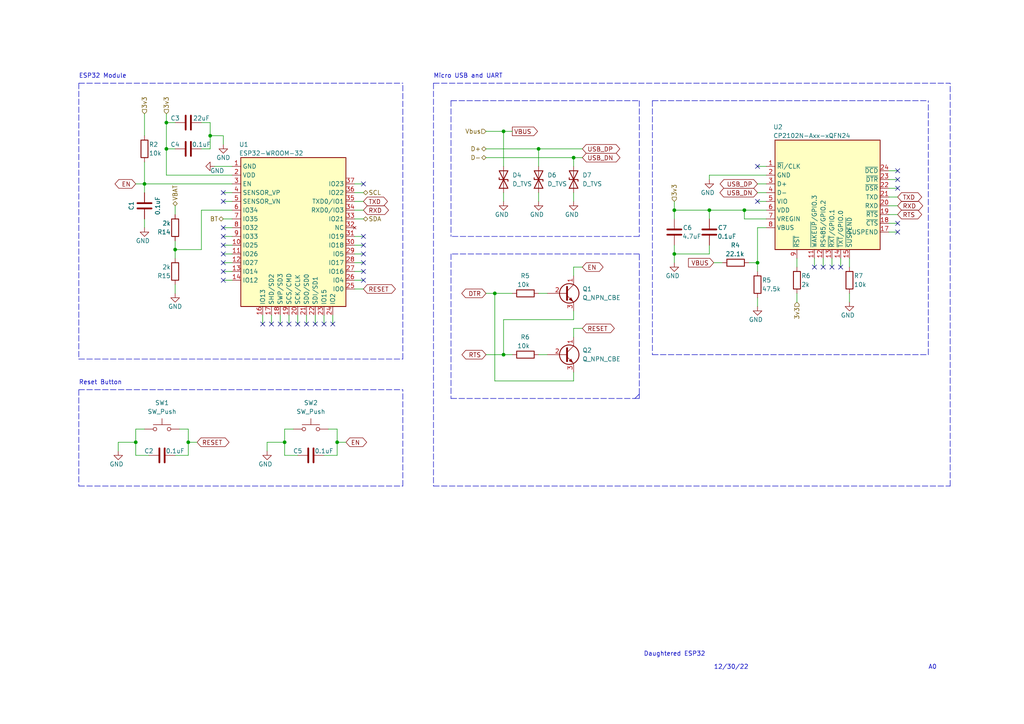
<source format=kicad_sch>
(kicad_sch (version 20211123) (generator eeschema)
  (paper "A4")
  (lib_symbols
    (symbol "Device:C" (pin_numbers hide) (pin_names (offset 0.254))
      (property "Reference" "C" (at 0.635 2.54 0))
      (property "Value" "C" (at 0.635 -2.54 0))
      (symbol "C_0_1"
        (polyline (pts (xy -2.032 -0.762) (xy 2.032 -0.762)) (stroke (width 0.508)))
        (polyline (pts (xy -2.032 0.762) (xy 2.032 0.762)) (stroke (width 0.508)))
      )
      (symbol "C_1_1"
        (pin passive line (at 0 3.81 270) (length 2.794) (name "~") (number "1"))
        (pin passive line (at 0 -3.81 90) (length 2.794) (name "~") (number "2"))
      )
    )
    (symbol "Device:D_TVS" (pin_numbers hide) (pin_names (offset 1.016) hide)
      (property "Reference" "D" (at 0 2.54 0))
      (property "Value" "D_TVS" (at 0 -2.54 0))
      (symbol "D_TVS_0_1"
        (polyline (pts (xy 1.27 0) (xy -1.27 0)))
        (polyline (pts (xy 0.508 1.27) (xy 0 1.27) (xy 0 -1.27) (xy -0.508 -1.27)) (stroke (width 0.254)))
        (polyline (pts (xy -2.54 1.27) (xy -2.54 -1.27) (xy 2.54 1.27) (xy 2.54 -1.27) (xy -2.54 1.27)) (stroke (width 0.254)))
      )
      (symbol "D_TVS_1_1"
        (pin passive line (at -3.81 0 0) (length 2.54) (name "A1") (number "1"))
        (pin passive line (at 3.81 0 180) (length 2.54) (name "A2") (number "2"))
      )
    )
    (symbol "Device:Q_NPN_CBE" (pin_names (offset 0) hide)
      (property "Reference" "Q" (at 5.08 1.27 0))
      (property "Value" "Q_NPN_CBE" (at 5.08 -1.27 0))
      (symbol "Q_NPN_CBE_0_1"
        (polyline (pts (xy 0.635 0.635) (xy 2.54 2.54)))
        (polyline (pts (xy 0.635 -0.635) (xy 2.54 -2.54) (xy 2.54 -2.54)))
        (polyline (pts (xy 0.635 1.905) (xy 0.635 -1.905) (xy 0.635 -1.905)) (stroke (width 0.508)))
        (polyline (pts (xy 1.27 -1.778) (xy 1.778 -1.27) (xy 2.286 -2.286) (xy 1.27 -1.778) (xy 1.27 -1.778)) (fill (type outline)))
        (circle (center 1.27 0) (radius 2.8194) (stroke (width 0.254)))
      )
      (symbol "Q_NPN_CBE_1_1"
        (pin passive line (at 2.54 5.08 270) (length 2.54) (name "C") (number "1"))
        (pin input line (at -5.08 0 0) (length 5.715) (name "B") (number "2"))
        (pin passive line (at 2.54 -5.08 90) (length 2.54) (name "E") (number "3"))
      )
    )
    (symbol "Device:R" (pin_numbers hide) (pin_names (offset 0))
      (property "Reference" "R" (at 2.032 0 90))
      (property "Value" "R" (at 0 0 90))
      (symbol "R_0_1"
        (rectangle (start -1.016 -2.54) (end 1.016 2.54) (stroke (width 0.254)))
      )
      (symbol "R_1_1"
        (pin passive line (at 0 3.81 270) (length 1.27) (name "~") (number "1"))
        (pin passive line (at 0 -3.81 90) (length 1.27) (name "~") (number "2"))
      )
    )
    (symbol "Interface_USB:CP2102N-Axx-xQFN24"
      (property "Reference" "U?" (at -0.5206 35.56 0))
      (property "Value" "CP2102N-Axx-xQFN24" (at -0.5206 33.02 0))
      (symbol "CP2102N-Axx-xQFN24_0_1"
        (rectangle (start 0 31.75) (end 30.48 0) (stroke (width 0.254)) (fill (type background)))
      )
      (symbol "CP2102N-Axx-xQFN24_1_1"
        (pin bidirectional line (at -2.54 24.13 0) (length 2.54) (name "~{RI}/CLK") (number "1"))
        (pin no_connect line (at 8.89 -2.54 90) (length 2.54) hide (name "NC") (number "10"))
        (pin bidirectional line (at 11.43 -2.54 90) (length 2.54) (name "~{WAKEUP}/GPIO.3") (number "11"))
        (pin bidirectional line (at 13.97 -2.54 90) (length 2.54) (name "RS485/GPIO.2") (number "12"))
        (pin bidirectional line (at 16.51 -2.54 90) (length 2.54) (name "~{RXT}/GPIO.1") (number "13"))
        (pin bidirectional line (at 19.05 -2.54 90) (length 2.54) (name "~{TXT}/GPIO.0") (number "14"))
        (pin output line (at 21.59 -2.54 90) (length 2.54) (name "~{SUSPEND}") (number "15"))
        (pin no_connect line (at 24.13 -2.54 90) (length 2.54) hide (name "NC") (number "16"))
        (pin output line (at 33.02 5.08 180) (length 2.54) (name "SUSPEND") (number "17"))
        (pin input line (at 33.02 7.62 180) (length 2.54) (name "~{CTS}") (number "18"))
        (pin output line (at 33.02 10.16 180) (length 2.54) (name "~{RTS}") (number "19"))
        (pin power_in line (at -2.54 21.59 0) (length 2.54) (name "GND") (number "2"))
        (pin input line (at 33.02 12.7 180) (length 2.54) (name "RXD") (number "20"))
        (pin output line (at 33.02 15.24 180) (length 2.54) (name "TXD") (number "21"))
        (pin input line (at 33.02 17.78 180) (length 2.54) (name "~{DSR}") (number "22"))
        (pin output line (at 33.02 20.32 180) (length 2.54) (name "~{DTR}") (number "23"))
        (pin input line (at 33.02 22.86 180) (length 2.54) (name "~{DCD}") (number "24"))
        (pin passive line (at 33.02 25.4 180) (length 2.54) hide (name "GND") (number "25"))
        (pin bidirectional line (at -2.54 19.05 0) (length 2.54) (name "D+") (number "3"))
        (pin bidirectional line (at -2.54 16.51 0) (length 2.54) (name "D-") (number "4"))
        (pin power_in line (at -2.54 13.97 0) (length 2.54) (name "VIO") (number "5"))
        (pin power_in line (at -2.54 11.43 0) (length 2.54) (name "VDD") (number "6"))
        (pin power_in line (at -2.54 8.89 0) (length 2.54) (name "VREGIN") (number "7"))
        (pin input line (at -2.54 6.35 0) (length 2.54) (name "VBUS") (number "8"))
        (pin input line (at 6.35 -2.54 90) (length 2.54) (name "~{RST}") (number "9"))
      )
    )
    (symbol "RF_Module:ESP32-WROOM-32"
      (property "Reference" "U1" (at -13.2206 31.75 0))
      (property "Value" "ESP32-WROOM-32" (at -13.2206 29.21 0))
      (symbol "ESP32-WROOM-32_0_1"
        (rectangle (start -12.7 27.94) (end 17.78 -15.24) (stroke (width 0.254)) (fill (type background)))
      )
      (symbol "ESP32-WROOM-32_1_1"
        (pin power_in line (at -15.24 25.4 0) (length 2.54) (name "GND") (number "1"))
        (pin bidirectional line (at -15.24 2.54 0) (length 2.54) (name "IO25") (number "10"))
        (pin bidirectional line (at -15.24 0 0) (length 2.54) (name "IO26") (number "11"))
        (pin bidirectional line (at -15.24 -2.54 0) (length 2.54) (name "IO27") (number "12"))
        (pin bidirectional line (at -15.24 -5.08 0) (length 2.54) (name "IO14") (number "13"))
        (pin bidirectional line (at -15.24 -7.62 0) (length 2.54) (name "IO12") (number "14"))
        (pin passive line (at -15.24 25.4 0) (length 2.54) hide (name "GND") (number "15"))
        (pin bidirectional line (at -6.35 -17.78 90) (length 2.54) (name "IO13") (number "16"))
        (pin bidirectional line (at -3.81 -17.78 90) (length 2.54) (name "SHD/SD2") (number "17"))
        (pin bidirectional line (at -1.27 -17.78 90) (length 2.54) (name "SWP/SD3") (number "18"))
        (pin bidirectional line (at 1.27 -17.78 90) (length 2.54) (name "SCS/CMD") (number "19"))
        (pin power_in line (at -15.24 22.86 0) (length 2.54) (name "VDD") (number "2"))
        (pin bidirectional line (at 3.81 -17.78 90) (length 2.54) (name "SCK/CLK") (number "20"))
        (pin bidirectional line (at 6.35 -17.78 90) (length 2.54) (name "SDO/SD0") (number "21"))
        (pin bidirectional line (at 8.89 -17.78 90) (length 2.54) (name "SDI/SD1") (number "22"))
        (pin bidirectional line (at 11.43 -17.78 90) (length 2.54) (name "IO15") (number "23"))
        (pin bidirectional line (at 13.97 -17.78 90) (length 2.54) (name "IO2") (number "24"))
        (pin bidirectional line (at 20.32 -10.16 180) (length 2.54) (name "IO0") (number "25"))
        (pin bidirectional line (at 20.32 -7.62 180) (length 2.54) (name "IO4") (number "26"))
        (pin bidirectional line (at 20.32 -5.08 180) (length 2.54) (name "IO16") (number "27"))
        (pin bidirectional line (at 20.32 -2.54 180) (length 2.54) (name "IO17") (number "28"))
        (pin bidirectional line (at 20.32 0 180) (length 2.54) (name "IO5") (number "29"))
        (pin input line (at -15.24 20.32 0) (length 2.54) (name "EN") (number "3"))
        (pin bidirectional line (at 20.32 2.54 180) (length 2.54) (name "IO18") (number "30"))
        (pin bidirectional line (at 20.32 5.08 180) (length 2.54) (name "IO19") (number "31"))
        (pin no_connect line (at 20.32 7.62 180) (length 2.54) (name "NC") (number "32"))
        (pin bidirectional line (at 20.32 10.16 180) (length 2.54) (name "IO21") (number "33"))
        (pin bidirectional line (at 20.32 12.7 180) (length 2.54) (name "RXD0/IO3") (number "34"))
        (pin bidirectional line (at 20.32 15.24 180) (length 2.54) (name "TXD0/IO1") (number "35"))
        (pin bidirectional line (at 20.32 17.78 180) (length 2.54) (name "IO22") (number "36"))
        (pin bidirectional line (at 20.32 20.32 180) (length 2.54) (name "IO23") (number "37"))
        (pin passive line (at -15.24 25.4 0) (length 2.54) hide (name "GND") (number "38"))
        (pin passive line (at -15.24 25.4 0) (length 2.54) hide (name "GND") (number "39"))
        (pin input line (at -15.24 17.78 0) (length 2.54) (name "SENSOR_VP") (number "4"))
        (pin input line (at -15.24 15.24 0) (length 2.54) (name "SENSOR_VN") (number "5"))
        (pin input line (at -15.24 12.7 0) (length 2.54) (name "IO34") (number "6"))
        (pin input line (at -15.24 10.16 0) (length 2.54) (name "IO35") (number "7"))
        (pin bidirectional line (at -15.24 7.62 0) (length 2.54) (name "IO32") (number "8"))
        (pin bidirectional line (at -15.24 5.08 0) (length 2.54) (name "IO33") (number "9"))
      )
    )
    (symbol "Switch:SW_Push" (pin_numbers hide) (pin_names (offset 1.016) hide)
      (property "Reference" "SW" (at 1.27 2.54 0))
      (property "Value" "SW_Push" (at 0 -1.524 0))
      (symbol "SW_Push_0_1"
        (circle (center -2.032 0) (radius 0.508))
        (polyline (pts (xy 0 1.27) (xy 0 3.048)))
        (polyline (pts (xy 2.54 1.27) (xy -2.54 1.27)))
        (circle (center 2.032 0) (radius 0.508))
        (pin passive line (at -5.08 0 0) (length 2.54) (name "1") (number "1"))
        (pin passive line (at 5.08 0 180) (length 2.54) (name "2") (number "2"))
      )
    )
    (symbol "power:GND" (power) (pin_names (offset 0))
      (property "Value" "GND" (at 0 -3.81 0))
      (symbol "GND_0_1"
        (polyline (pts (xy 0 0) (xy 0 -1.27) (xy 1.27 -1.27) (xy 0 -2.54) (xy -1.27 -1.27) (xy 0 -1.27)))
      )
      (symbol "GND_1_1"
        (pin power_in line (at 0 0 270) (length 0) hide (name "GND") (number "1"))
      )
    )
  )
  (junction (at 50.8 72.39))
  (junction (at 205.74 60.96))
  (junction (at 215.9 60.96))
  (junction (at 60.96 39.37))
  (junction (at 219.71 76.2))
  (junction (at 166.37 45.72))
  (junction (at 195.58 60.96))
  (junction (at 41.91 53.34))
  (junction (at 48.26 35.56))
  (junction (at 97.79 128.27))
  (junction (at 39.37 128.27))
  (junction (at 48.26 43.18))
  (junction (at 146.05 102.87))
  (junction (at 156.21 43.18))
  (junction (at 146.05 38.1))
  (junction (at 195.58 73.66))
  (junction (at 82.55 128.27))
  (junction (at 143.51 85.09))
  (junction (at 54.61 128.27))
  (no_connect (at 105.41 53.34))
  (no_connect (at 64.77 78.74))
  (no_connect (at 260.35 52.07))
  (no_connect (at 64.77 68.58))
  (no_connect (at 76.2 93.98))
  (no_connect (at 81.28 93.98))
  (no_connect (at 238.76 77.47))
  (no_connect (at 105.41 71.12))
  (no_connect (at 96.52 93.98))
  (no_connect (at 86.36 93.98))
  (no_connect (at 91.44 93.98))
  (no_connect (at 105.41 78.74))
  (no_connect (at 241.3 77.47))
  (no_connect (at 88.9 93.98))
  (no_connect (at 105.41 73.66))
  (no_connect (at 105.41 76.2))
  (no_connect (at 236.22 77.47))
  (no_connect (at 83.82 93.98))
  (no_connect (at 219.71 48.26))
  (no_connect (at 64.77 58.42))
  (no_connect (at 260.35 64.77))
  (no_connect (at 260.35 54.61))
  (no_connect (at 64.77 55.88))
  (no_connect (at 64.77 73.66))
  (no_connect (at 78.74 93.98))
  (no_connect (at 243.84 77.47))
  (no_connect (at 64.77 76.2))
  (no_connect (at 64.77 71.12))
  (no_connect (at 105.41 68.58))
  (no_connect (at 260.35 49.53))
  (no_connect (at 64.77 81.28))
  (no_connect (at 64.77 66.04))
  (no_connect (at 219.71 58.42))
  (no_connect (at 105.41 81.28))
  (no_connect (at 93.98 93.98))
  (no_connect (at 260.35 67.31))
  (polyline (pts (xy 125.73 140.97) (xy 275.59 140.97)))
  (wire (pts (xy 215.9 63.5) (xy 222.25 63.5)))
  (polyline (pts (xy 189.23 102.87) (xy 269.24 102.87)))
  (polyline (pts (xy 130.81 73.66) (xy 130.81 115.57)))
  (wire (pts (xy 78.74 93.98) (xy 78.74 91.44)))
  (wire (pts (xy 166.37 92.71) (xy 146.05 92.71)))
  (polyline (pts (xy 130.81 29.21) (xy 185.42 29.21)))
  (wire (pts (xy 195.58 60.96) (xy 195.58 63.5)))
  (wire (pts (xy 166.37 97.79) (xy 166.37 95.25)))
  (wire (pts (xy 236.22 74.93) (xy 236.22 77.47)))
  (polyline (pts (xy 185.42 114.3) (xy 184.15 115.57)))
  (wire (pts (xy 64.77 55.88) (xy 67.31 55.88)))
  (wire (pts (xy 58.42 35.56) (xy 60.96 35.56)))
  (wire (pts (xy 77.47 128.27) (xy 82.55 128.27)))
  (wire (pts (xy 86.36 93.98) (xy 86.36 91.44)))
  (wire (pts (xy 257.81 59.69) (xy 260.35 59.69)))
  (wire (pts (xy 54.61 132.08) (xy 50.8 132.08)))
  (wire (pts (xy 219.71 86.36) (xy 219.71 88.9)))
  (wire (pts (xy 50.8 82.55) (xy 50.8 85.09)))
  (wire (pts (xy 95.25 124.46) (xy 97.79 124.46)))
  (wire (pts (xy 85.09 124.46) (xy 82.55 124.46)))
  (polyline (pts (xy 22.86 24.13) (xy 116.84 24.13)))
  (wire (pts (xy 105.41 53.34) (xy 102.87 53.34)))
  (wire (pts (xy 146.05 102.87) (xy 148.59 102.87)))
  (wire (pts (xy 64.77 73.66) (xy 67.31 73.66)))
  (wire (pts (xy 243.84 77.47) (xy 243.84 74.93)))
  (polyline (pts (xy 22.86 24.13) (xy 22.86 104.14)))
  (wire (pts (xy 140.97 43.18) (xy 156.21 43.18)))
  (wire (pts (xy 140.97 45.72) (xy 166.37 45.72)))
  (wire (pts (xy 105.41 81.28) (xy 102.87 81.28)))
  (wire (pts (xy 166.37 80.01) (xy 166.37 77.47)))
  (wire (pts (xy 257.81 52.07) (xy 260.35 52.07)))
  (wire (pts (xy 105.41 68.58) (xy 102.87 68.58)))
  (wire (pts (xy 143.51 85.09) (xy 148.59 85.09)))
  (polyline (pts (xy 185.42 115.57) (xy 184.15 115.57)))
  (wire (pts (xy 97.79 124.46) (xy 97.79 128.27)))
  (wire (pts (xy 260.35 64.77) (xy 257.81 64.77)))
  (wire (pts (xy 64.77 63.5) (xy 67.31 63.5)))
  (polyline (pts (xy 22.86 104.14) (xy 116.84 104.14)))
  (wire (pts (xy 105.41 73.66) (xy 102.87 73.66)))
  (wire (pts (xy 82.55 124.46) (xy 82.55 128.27)))
  (wire (pts (xy 64.77 39.37) (xy 64.77 41.91)))
  (wire (pts (xy 41.91 53.34) (xy 67.31 53.34)))
  (wire (pts (xy 105.41 83.82) (xy 102.87 83.82)))
  (wire (pts (xy 48.26 35.56) (xy 48.26 43.18)))
  (wire (pts (xy 257.81 54.61) (xy 260.35 54.61)))
  (wire (pts (xy 105.41 76.2) (xy 102.87 76.2)))
  (wire (pts (xy 146.05 92.71) (xy 146.05 102.87)))
  (polyline (pts (xy 275.59 140.97) (xy 275.59 24.13)))
  (wire (pts (xy 215.9 60.96) (xy 215.9 63.5)))
  (wire (pts (xy 48.26 50.8) (xy 67.31 50.8)))
  (wire (pts (xy 62.23 48.26) (xy 67.31 48.26)))
  (wire (pts (xy 60.96 35.56) (xy 60.96 39.37)))
  (wire (pts (xy 205.74 50.8) (xy 222.25 50.8)))
  (wire (pts (xy 93.98 91.44) (xy 93.98 93.98)))
  (wire (pts (xy 64.77 78.74) (xy 67.31 78.74)))
  (polyline (pts (xy 130.81 29.21) (xy 130.81 68.58)))
  (wire (pts (xy 215.9 60.96) (xy 222.25 60.96)))
  (wire (pts (xy 241.3 74.93) (xy 241.3 77.47)))
  (wire (pts (xy 41.91 124.46) (xy 39.37 124.46)))
  (wire (pts (xy 96.52 93.98) (xy 96.52 91.44)))
  (wire (pts (xy 54.61 128.27) (xy 57.15 128.27)))
  (wire (pts (xy 34.29 128.27) (xy 39.37 128.27)))
  (wire (pts (xy 166.37 77.47) (xy 168.91 77.47)))
  (polyline (pts (xy 130.81 115.57) (xy 184.15 115.57)))
  (polyline (pts (xy 185.42 29.21) (xy 185.42 68.58)))
  (wire (pts (xy 77.47 130.81) (xy 77.47 128.27)))
  (wire (pts (xy 195.58 73.66) (xy 195.58 76.2)))
  (wire (pts (xy 64.77 76.2) (xy 67.31 76.2)))
  (wire (pts (xy 156.21 85.09) (xy 158.75 85.09)))
  (wire (pts (xy 97.79 128.27) (xy 100.33 128.27)))
  (wire (pts (xy 97.79 132.08) (xy 93.98 132.08)))
  (wire (pts (xy 238.76 74.93) (xy 238.76 77.47)))
  (wire (pts (xy 195.58 71.12) (xy 195.58 73.66)))
  (wire (pts (xy 105.41 78.74) (xy 102.87 78.74)))
  (wire (pts (xy 105.41 71.12) (xy 102.87 71.12)))
  (wire (pts (xy 52.07 124.46) (xy 54.61 124.46)))
  (wire (pts (xy 166.37 55.88) (xy 166.37 58.42)))
  (wire (pts (xy 64.77 68.58) (xy 67.31 68.58)))
  (wire (pts (xy 64.77 66.04) (xy 67.31 66.04)))
  (wire (pts (xy 81.28 93.98) (xy 81.28 91.44)))
  (polyline (pts (xy 22.86 113.03) (xy 22.86 140.97)))
  (wire (pts (xy 67.31 60.96) (xy 58.42 60.96)))
  (wire (pts (xy 64.77 71.12) (xy 67.31 71.12)))
  (wire (pts (xy 166.37 45.72) (xy 166.37 48.26)))
  (polyline (pts (xy 116.84 140.97) (xy 116.84 113.03)))
  (wire (pts (xy 50.8 72.39) (xy 50.8 74.93)))
  (wire (pts (xy 97.79 128.27) (xy 97.79 132.08)))
  (wire (pts (xy 41.91 33.02) (xy 41.91 39.37)))
  (wire (pts (xy 205.74 60.96) (xy 195.58 60.96)))
  (wire (pts (xy 219.71 66.04) (xy 219.71 76.2)))
  (polyline (pts (xy 185.42 114.3) (xy 185.42 73.66)))
  (wire (pts (xy 166.37 90.17) (xy 166.37 92.71)))
  (wire (pts (xy 58.42 72.39) (xy 50.8 72.39)))
  (wire (pts (xy 39.37 124.46) (xy 39.37 128.27)))
  (wire (pts (xy 166.37 45.72) (xy 168.91 45.72)))
  (wire (pts (xy 48.26 33.02) (xy 48.26 35.56)))
  (wire (pts (xy 64.77 81.28) (xy 67.31 81.28)))
  (wire (pts (xy 105.41 60.96) (xy 102.87 60.96)))
  (wire (pts (xy 41.91 55.88) (xy 41.91 53.34)))
  (wire (pts (xy 156.21 43.18) (xy 156.21 48.26)))
  (wire (pts (xy 140.97 102.87) (xy 146.05 102.87)))
  (polyline (pts (xy 185.42 114.3) (xy 185.42 115.57)))
  (wire (pts (xy 39.37 128.27) (xy 39.37 132.08)))
  (wire (pts (xy 205.74 50.8) (xy 205.74 52.07)))
  (wire (pts (xy 140.97 38.1) (xy 146.05 38.1)))
  (wire (pts (xy 207.01 76.2) (xy 209.55 76.2)))
  (wire (pts (xy 246.38 85.09) (xy 246.38 87.63)))
  (wire (pts (xy 48.26 43.18) (xy 50.8 43.18)))
  (wire (pts (xy 222.25 66.04) (xy 219.71 66.04)))
  (wire (pts (xy 60.96 43.18) (xy 58.42 43.18)))
  (wire (pts (xy 82.55 128.27) (xy 82.55 132.08)))
  (polyline (pts (xy 22.86 140.97) (xy 116.84 140.97)))
  (wire (pts (xy 143.51 110.49) (xy 143.51 85.09)))
  (wire (pts (xy 41.91 63.5) (xy 41.91 66.04)))
  (wire (pts (xy 105.41 55.88) (xy 102.87 55.88)))
  (wire (pts (xy 217.17 76.2) (xy 219.71 76.2)))
  (polyline (pts (xy 22.86 113.03) (xy 116.84 113.03)))
  (wire (pts (xy 48.26 43.18) (xy 48.26 50.8)))
  (wire (pts (xy 39.37 132.08) (xy 43.18 132.08)))
  (wire (pts (xy 146.05 55.88) (xy 146.05 58.42)))
  (wire (pts (xy 231.14 85.09) (xy 231.14 87.63)))
  (wire (pts (xy 166.37 110.49) (xy 143.51 110.49)))
  (wire (pts (xy 195.58 73.66) (xy 205.74 73.66)))
  (wire (pts (xy 166.37 95.25) (xy 168.91 95.25)))
  (wire (pts (xy 39.37 53.34) (xy 41.91 53.34)))
  (wire (pts (xy 215.9 60.96) (xy 205.74 60.96)))
  (wire (pts (xy 140.97 85.09) (xy 143.51 85.09)))
  (wire (pts (xy 219.71 76.2) (xy 219.71 78.74)))
  (wire (pts (xy 257.81 62.23) (xy 260.35 62.23)))
  (wire (pts (xy 88.9 93.98) (xy 88.9 91.44)))
  (wire (pts (xy 166.37 107.95) (xy 166.37 110.49)))
  (wire (pts (xy 205.74 73.66) (xy 205.74 71.12)))
  (polyline (pts (xy 125.73 24.13) (xy 125.73 140.97)))
  (wire (pts (xy 260.35 49.53) (xy 257.81 49.53)))
  (wire (pts (xy 195.58 58.42) (xy 195.58 60.96)))
  (wire (pts (xy 60.96 39.37) (xy 60.96 43.18)))
  (wire (pts (xy 105.41 58.42) (xy 102.87 58.42)))
  (wire (pts (xy 231.14 74.93) (xy 231.14 77.47)))
  (wire (pts (xy 76.2 91.44) (xy 76.2 93.98)))
  (wire (pts (xy 257.81 57.15) (xy 260.35 57.15)))
  (wire (pts (xy 156.21 102.87) (xy 158.75 102.87)))
  (wire (pts (xy 41.91 46.99) (xy 41.91 53.34)))
  (wire (pts (xy 219.71 48.26) (xy 222.25 48.26)))
  (wire (pts (xy 222.25 58.42) (xy 219.71 58.42)))
  (wire (pts (xy 82.55 132.08) (xy 86.36 132.08)))
  (wire (pts (xy 54.61 128.27) (xy 54.61 132.08)))
  (wire (pts (xy 156.21 43.18) (xy 168.91 43.18)))
  (wire (pts (xy 146.05 38.1) (xy 148.59 38.1)))
  (wire (pts (xy 50.8 62.23) (xy 50.8 59.69)))
  (polyline (pts (xy 185.42 68.58) (xy 130.81 68.58)))
  (wire (pts (xy 257.81 67.31) (xy 260.35 67.31)))
  (wire (pts (xy 146.05 38.1) (xy 146.05 48.26)))
  (wire (pts (xy 105.41 63.5) (xy 102.87 63.5)))
  (wire (pts (xy 156.21 55.88) (xy 156.21 58.42)))
  (wire (pts (xy 60.96 39.37) (xy 64.77 39.37)))
  (polyline (pts (xy 269.24 102.87) (xy 269.24 29.21)))
  (wire (pts (xy 34.29 130.81) (xy 34.29 128.27)))
  (wire (pts (xy 54.61 124.46) (xy 54.61 128.27)))
  (wire (pts (xy 83.82 93.98) (xy 83.82 91.44)))
  (wire (pts (xy 91.44 93.98) (xy 91.44 91.44)))
  (wire (pts (xy 64.77 58.42) (xy 67.31 58.42)))
  (wire (pts (xy 50.8 69.85) (xy 50.8 72.39)))
  (wire (pts (xy 246.38 74.93) (xy 246.38 77.47)))
  (wire (pts (xy 58.42 60.96) (xy 58.42 72.39)))
  (wire (pts (xy 205.74 60.96) (xy 205.74 63.5)))
  (polyline (pts (xy 116.84 104.14) (xy 116.84 24.13)))
  (wire (pts (xy 219.71 53.34) (xy 222.25 53.34)))
  (polyline (pts (xy 125.73 24.13) (xy 275.59 24.13)))
  (wire (pts (xy 219.71 55.88) (xy 222.25 55.88)))
  (polyline (pts (xy 185.42 73.66) (xy 130.81 73.66)))
  (polyline (pts (xy 189.23 29.21) (xy 189.23 102.87)))
  (polyline (pts (xy 189.23 29.21) (xy 269.24 29.21)))
  (wire (pts (xy 50.8 35.56) (xy 48.26 35.56)))
  (text "Micro USB and UART" (at 125.73 22.86 0) (effects (font (size 1.27 1.27)) (justify left bottom)))
  (text "A0" (at 269.24 194.31 0) (effects (font (size 1.27 1.27)) (justify left bottom)))
  (text "12/30/22" (at 207.01 194.31 0) (effects (font (size 1.27 1.27)) (justify left bottom)))
  (text "Daughtered ESP32" (at 186.69 190.5 0) (effects (font (size 1.27 1.27)) (justify left bottom)))
  (text "ESP32 Module" (at 22.86 22.86 0) (effects (font (size 1.27 1.27)) (justify left bottom)))
  (text "Reset Button" (at 22.86 111.76 0) (effects (font (size 1.27 1.27)) (justify left bottom)))
  (global_label "EN" (shape bidirectional) (at 168.91 77.47 0) (property "Intersheet References" "${INTERSHEET_REFS}" (effects hide)))
  (global_label "RESET" (shape bidirectional) (at 105.41 83.82 0) (property "Intersheet References" "${INTERSHEET_REFS}" (effects hide)))
  (global_label "USB_DP" (shape bidirectional) (at 219.71 53.34 180) (property "Intersheet References" "${INTERSHEET_REFS}" (effects hide)))
  (global_label "USB_DN" (shape bidirectional) (at 219.71 55.88 180) (property "Intersheet References" "${INTERSHEET_REFS}" (effects hide)))
  (global_label "RESET" (shape bidirectional) (at 57.15 128.27 0) (property "Intersheet References" "${INTERSHEET_REFS}" (effects hide)))
  (global_label "USB_DP" (shape bidirectional) (at 168.91 43.18 0) (property "Intersheet References" "${INTERSHEET_REFS}" (effects hide)))
  (global_label "TXD" (shape bidirectional) (at 260.35 57.15 0) (property "Intersheet References" "${INTERSHEET_REFS}" (effects hide)))
  (global_label "DTR" (shape bidirectional) (at 140.97 85.09 180) (property "Intersheet References" "${INTERSHEET_REFS}" (effects hide)))
  (global_label "VBUS" (shape output) (at 148.59 38.1 0) (property "Intersheet References" "${INTERSHEET_REFS}" (effects hide)))
  (global_label "RTS" (shape bidirectional) (at 260.35 62.23 0) (property "Intersheet References" "${INTERSHEET_REFS}" (effects hide)))
  (global_label "USB_DN" (shape bidirectional) (at 168.91 45.72 0) (property "Intersheet References" "${INTERSHEET_REFS}" (effects hide)))
  (global_label "RESET" (shape bidirectional) (at 168.91 95.25 0) (property "Intersheet References" "${INTERSHEET_REFS}" (effects hide)))
  (global_label "VBUS" (shape input) (at 207.01 76.2 180) (property "Intersheet References" "${INTERSHEET_REFS}" (effects hide)))
  (global_label "RTS" (shape bidirectional) (at 140.97 102.87 180) (property "Intersheet References" "${INTERSHEET_REFS}" (effects hide)))
  (global_label "EN" (shape bidirectional) (at 39.37 53.34 180) (property "Intersheet References" "${INTERSHEET_REFS}" (effects hide)))
  (global_label "EN" (shape bidirectional) (at 100.33 128.27 0) (property "Intersheet References" "${INTERSHEET_REFS}" (effects hide)))
  (global_label "TXD" (shape bidirectional) (at 105.41 58.42 0) (property "Intersheet References" "${INTERSHEET_REFS}" (effects hide)))
  (global_label "RXD" (shape bidirectional) (at 260.35 59.69 0) (property "Intersheet References" "${INTERSHEET_REFS}" (effects hide)))
  (global_label "RXD" (shape bidirectional) (at 105.41 60.96 0) (property "Intersheet References" "${INTERSHEET_REFS}" (effects hide)))
  (hierarchical_label "SCL" (shape bidirectional) (at 105.41 55.88 0))
  (hierarchical_label "SDA" (shape bidirectional) (at 105.41 63.5 0))
  (hierarchical_label "BT" (shape bidirectional) (at 64.77 63.5 180))
  (hierarchical_label "3v3" (shape input) (at 195.58 58.42 90))
  (hierarchical_label "3v3" (shape input) (at 231.14 87.63 270))
  (hierarchical_label "3v3" (shape input) (at 48.26 33.02 90))
  (hierarchical_label "Vbus" (shape input) (at 140.97 38.1 180))
  (hierarchical_label "VBAT" (shape bidirectional) (at 50.8 59.69 90))
  (hierarchical_label "D+" (shape bidirectional) (at 140.97 43.18 180))
  (hierarchical_label "3v3" (shape input) (at 41.91 33.02 90))
  (hierarchical_label "D-" (shape bidirectional) (at 140.97 45.72 180))
  (symbol (lib_id "power:GND") (at 50.8 85.09 0) (unit 1)
    (property "Reference" "#PWR03" (effects hide))
    (property "Value" "GND" (at 50.8 88.9 0))
  )
  (symbol (lib_id "Device:C") (at 205.74 67.31 180) (unit 1)
    (property "Reference" "C7" (at 209.55 66.04 0))
    (property "Value" "0.1uF" (at 210.82 68.58 0))
    (property "Footprint" "Capacitor_SMD:C_0603_1608Metric" (effects hide))
    (property "Datasheet" "https://www.digikey.com/en/products/detail/kyocera-avx/06035C104MAT2A/1600048" (effects hide))
  )
  (symbol (lib_id "RF_Module:ESP32-WROOM-32") (at 82.55 73.66 0) (unit 1)
    (property "Reference" "U1" (at 69.3294 41.91 0) (effects (justify left)))
    (property "Value" "ESP32-WROOM-32" (at 69.3294 44.45 0) (effects (justify left)))
    (property "Footprint" "RF_Module:ESP32-WROOM-32" (effects hide))
    (property "Datasheet" "https://www.digikey.com/en/products/detail/espressif-systems/ESP32-WROOM-32E-N4/11613125" (effects hide))
  )
  (symbol (lib_id "power:GND") (at 64.77 41.91 0) (unit 1)
    (property "Reference" "#PWR05" (effects hide))
    (property "Value" "GND" (at 64.77 45.72 0))
  )
  (symbol (lib_id "Device:C") (at 54.61 43.18 90) (unit 1)
    (property "Reference" "C4" (at 50.8 41.91 90))
    (property "Value" "0.1uF" (at 58.42 41.91 90))
    (property "Footprint" "Capacitor_SMD:C_0603_1608Metric" (effects hide))
    (property "Datasheet" "https://www.digikey.com/en/products/detail/kyocera-avx/06035C104MAT2A/1600048" (effects hide))
  )
  (symbol (lib_id "power:GND") (at 34.29 130.81 0) (unit 1)
    (property "Reference" "#PWR02" (effects hide))
    (property "Value" "GND" (at 31.75 134.62 0) (effects (justify left)))
  )
  (symbol (lib_id "Device:Q_NPN_CBE") (at 163.83 85.09 0) (unit 1)
    (property "Reference" "Q1" (at 168.91 83.8199 0) (effects (justify left)))
    (property "Value" "Q_NPN_CBE" (at 168.91 86.3599 0) (effects (justify left)))
    (property "Footprint" "Package_TO_SOT_SMD:SOT-23" (effects hide))
    (property "Datasheet" "https://www.digikey.com/en/products/detail/comchip-technology/SS8050-G/6138954?utm_adgroup=Semiconductor%20Modules&utm_source=google&utm_medium=cpc&utm_campaign=Dynamic%20Search_EN_Product&utm_term=&utm_content=Semiconductor%20Modules&gclid=Cj0KCQiAtbqdBhDvARIsAGYnXBMDMKWszi1vUZSj6UonY2rp4yusZqfRnDGa3RrdJdvRDP77By1RH74aAi7aEALw_wcB" (effects hide))
  )
  (symbol (lib_id "Device:C") (at 90.17 132.08 90) (unit 1)
    (property "Reference" "C5" (at 86.36 130.81 90))
    (property "Value" "0.1uF" (at 93.98 130.81 90))
    (property "Footprint" "Capacitor_SMD:C_0603_1608Metric" (effects hide))
    (property "Datasheet" "https://www.digikey.com/en/products/detail/kyocera-avx/06035C104MAT2A/1600048" (effects hide))
  )
  (symbol (lib_id "Switch:SW_Push") (at 46.99 124.46 0) (unit 1)
    (property "Reference" "SW1" (at 46.99 116.84 0))
    (property "Value" "SW_Push" (at 46.99 119.38 0))
    (property "Footprint" "Button_Switch_SMD:SW_SPST_EVQPE1" (effects hide))
    (property "Datasheet" "https://www.digikey.com/en/products/detail/panasonic-electronic-components/EVQ-PE105K/1245487?utm_adgroup=Switches&utm_source=google&utm_medium=cpc&utm_campaign=Dynamic%20Search_EN_Product&utm_term=&utm_content=Switches&gclid=Cj0KCQiAtbqdBhDvARIsAGYnXBNQgz8mlVJ0EEFNMAaoaIY7Z8ogx1LX8NIeRYNPeQaNm7NGhPghFmQaAjdAEALw_wcB" (effects hide))
  )
  (symbol (lib_id "power:GND") (at 77.47 130.81 0) (unit 1)
    (property "Reference" "#PWR07" (effects hide))
    (property "Value" "GND" (at 74.93 134.62 0) (effects (justify left)))
  )
  (symbol (lib_id "Device:C") (at 54.61 35.56 90) (unit 1)
    (property "Reference" "C3" (at 50.8 34.29 90))
    (property "Value" "22uF" (at 58.42 34.29 90))
    (property "Footprint" "Capacitor_SMD:C_0603_1608Metric" (effects hide))
    (property "Datasheet" "https://www.digikey.com/en/products/detail/cal-chip-electronics-inc/GMC10X7R225K10NT/12324829" (effects hide))
  )
  (symbol (lib_id "Device:D_TVS") (at 156.21 52.07 90) (unit 1)
    (property "Reference" "D6" (at 158.75 50.7999 90) (effects (justify right)))
    (property "Value" "D_TVS" (at 158.75 53.3399 90) (effects (justify right)))
    (property "Footprint" "Diode_SMD:D_SOD-923" (effects hide))
    (property "Datasheet" "https://www.digikey.com/en/products/detail/comchip-technology/CPDQ5V0-HF/3726309?s=N4IgjCBcpg7AzBaIDGUBmBDANgZwKYA0IA9lANogBM88ArAGywgC6xADgC5QgDKnAJwCWAOwDmIAL7E48KlFBpIWPEVIVwYeLDp1WHbpD6DREydOoaAKgDVerSUA" (effects hide))
  )
  (symbol (lib_id "Device:R") (at 152.4 102.87 90) (unit 1)
    (property "Reference" "R6" (at 153.67 97.79 90) (effects (justify left)))
    (property "Value" "10k" (at 153.67 100.33 90) (effects (justify left)))
    (property "Footprint" "Resistor_SMD:R_0603_1608Metric" (effects hide))
    (property "Datasheet" "https://www.digikey.com/en/products/detail/stackpole-electronics-inc/RNCP0603FTD10K0/2240139" (effects hide))
  )
  (symbol (lib_id "power:GND") (at 41.91 66.04 0) (unit 1)
    (property "Reference" "#PWR01" (effects hide))
    (property "Value" "GND" (at 39.37 69.85 0) (effects (justify left)))
  )
  (symbol (lib_id "Device:R") (at 50.8 78.74 180) (unit 1)
    (property "Reference" "R15" (at 49.53 80.01 0) (effects (justify left)))
    (property "Value" "2k" (at 49.53 77.47 0) (effects (justify left)))
    (property "Footprint" "Resistor_SMD:R_0603_1608Metric" (effects hide))
    (property "Datasheet" "https://www.digikey.com/en/products/detail/stackpole-electronics-inc/RNCP0603FTD10K0/2240139" (effects hide))
  )
  (symbol (lib_id "power:GND") (at 146.05 58.42 0) (unit 1)
    (property "Reference" "#PWR011" (effects hide))
    (property "Value" "GND" (at 143.51 62.23 0) (effects (justify left)))
  )
  (symbol (lib_id "Device:R") (at 152.4 85.09 90) (unit 1)
    (property "Reference" "R5" (at 153.67 80.01 90) (effects (justify left)))
    (property "Value" "10k" (at 153.67 82.55 90) (effects (justify left)))
    (property "Footprint" "Resistor_SMD:R_0603_1608Metric" (effects hide))
    (property "Datasheet" "https://www.digikey.com/en/products/detail/stackpole-electronics-inc/RNCP0603FTD10K0/2240139" (effects hide))
  )
  (symbol (lib_id "Device:C") (at 46.99 132.08 90) (unit 1)
    (property "Reference" "C2" (at 43.18 130.81 90))
    (property "Value" "0.1uF" (at 50.8 130.81 90))
    (property "Footprint" "Capacitor_SMD:C_0603_1608Metric" (effects hide))
    (property "Datasheet" "https://www.digikey.com/en/products/detail/kyocera-avx/06035C104MAT2A/1600048" (effects hide))
  )
  (symbol (lib_id "power:GND") (at 156.21 58.42 0) (unit 1)
    (property "Reference" "#PWR012" (effects hide))
    (property "Value" "GND" (at 153.67 62.23 0) (effects (justify left)))
  )
  (symbol (lib_id "Device:R") (at 41.91 43.18 0) (unit 1)
    (property "Reference" "R2" (at 43.18 41.91 0) (effects (justify left)))
    (property "Value" "10k" (at 43.18 44.45 0) (effects (justify left)))
    (property "Footprint" "Resistor_SMD:R_0603_1608Metric" (effects hide))
    (property "Datasheet" "https://www.digikey.com/en/products/detail/stackpole-electronics-inc/RNCP0603FTD10K0/2240139" (effects hide))
  )
  (symbol (lib_id "Device:C") (at 195.58 67.31 180) (unit 1)
    (property "Reference" "C6" (at 199.39 66.04 0))
    (property "Value" "4.7uF" (at 200.66 68.58 0))
    (property "Footprint" "Capacitor_SMD:C_0603_1608Metric" (effects hide))
    (property "Datasheet" "https://www.digikey.com/en/products/detail/kemet/C0603C475M8PAC7867/2200892" (effects hide))
  )
  (symbol (lib_id "Device:R") (at 246.38 81.28 0) (unit 1)
    (property "Reference" "R7" (at 247.65 80.01 0) (effects (justify left)))
    (property "Value" "10k" (at 247.65 82.55 0) (effects (justify left)))
    (property "Footprint" "Resistor_SMD:R_0603_1608Metric" (effects hide))
    (property "Datasheet" "https://www.digikey.com/en/products/detail/stackpole-electronics-inc/RNCP0603FTD10K0/2240139" (effects hide))
  )
  (symbol (lib_id "Device:D_TVS") (at 146.05 52.07 90) (unit 1)
    (property "Reference" "D4" (at 148.59 50.7999 90) (effects (justify right)))
    (property "Value" "D_TVS" (at 148.59 53.34 90) (effects (justify right)))
    (property "Footprint" "Diode_SMD:D_SOD-923" (effects hide))
    (property "Datasheet" "https://www.digikey.com/en/products/detail/comchip-technology/CPDQ5V0-HF/3726309?s=N4IgjCBcpg7AzBaIDGUBmBDANgZwKYA0IA9lANogBM88ArAGywgC6xADgC5QgDKnAJwCWAOwDmIAL7E48KlFBpIWPEVIVwYeLDp1WHbpD6DREydOoaAKgDVerSUA" (effects hide))
  )
  (symbol (lib_id "power:GND") (at 205.74 52.07 0) (unit 1)
    (property "Reference" "#PWR0105" (effects hide))
    (property "Value" "GND" (at 203.2 55.88 0) (effects (justify left)))
  )
  (symbol (lib_id "Device:R") (at 213.36 76.2 90) (unit 1)
    (property "Reference" "R4" (at 214.63 71.12 90) (effects (justify left)))
    (property "Value" "22.1k" (at 215.9 73.66 90) (effects (justify left)))
    (property "Footprint" "Resistor_SMD:R_0603_1608Metric" (effects hide))
    (property "Datasheet" "https://www.digikey.com/en/products/detail/yageo/RC0603FR-1022K1L/13694166" (effects hide))
  )
  (symbol (lib_id "Device:R") (at 219.71 82.55 0) (unit 1)
    (property "Reference" "R5" (at 220.98 81.28 0) (effects (justify left)))
    (property "Value" "47.5k" (at 220.98 83.82 0) (effects (justify left)))
    (property "Footprint" "Resistor_SMD:R_0603_1608Metric" (effects hide))
    (property "Datasheet" "https://www.digikey.com/en/products/detail/yageo/RC0603FR-0747K5L/727255" (effects hide))
  )
  (symbol (lib_id "Device:R") (at 231.14 81.28 0) (unit 1)
    (property "Reference" "R6" (at 232.41 80.01 0) (effects (justify left)))
    (property "Value" "2k" (at 232.41 82.55 0) (effects (justify left)))
    (property "Footprint" "Resistor_SMD:R_0603_1608Metric" (effects hide))
    (property "Datasheet" "https://www.digikey.com/en/products/detail/yageo/RC0603FR-072KL/727009" (effects hide))
  )
  (symbol (lib_id "power:GND") (at 62.23 48.26 270) (unit 1)
    (property "Reference" "#PWR04" (effects hide))
    (property "Value" "GND" (at 60.96 49.53 90) (effects (justify left)))
  )
  (symbol (lib_id "Device:R") (at 50.8 66.04 180) (unit 1)
    (property "Reference" "R14" (at 49.53 67.31 0) (effects (justify left)))
    (property "Value" "2k" (at 49.53 64.77 0) (effects (justify left)))
    (property "Footprint" "Resistor_SMD:R_0603_1608Metric" (effects hide))
    (property "Datasheet" "https://www.digikey.com/en/products/detail/stackpole-electronics-inc/RNCP0603FTD10K0/2240139" (effects hide))
  )
  (symbol (lib_id "Interface_USB:CP2102N-Axx-xQFN24") (at 224.79 72.39 0) (unit 1)
    (property "Reference" "U2" (at 224.2694 36.83 0) (effects (justify left)))
    (property "Value" "CP2102N-Axx-xQFN24" (at 224.2694 39.37 0) (effects (justify left)))
    (property "Footprint" "Package_DFN_QFN:QFN-24-1EP_4x4mm_P0.5mm_EP2.6x2.6mm" (effects hide))
    (property "Datasheet" "https://www.silabs.com/documents/public/data-sheets/cp2102n-datasheet.pdf" (effects hide))
  )
  (symbol (lib_id "Device:D_TVS") (at 166.37 52.07 90) (unit 1)
    (property "Reference" "D7" (at 168.91 50.7999 90) (effects (justify right)))
    (property "Value" "D_TVS" (at 168.91 53.3399 90) (effects (justify right)))
    (property "Footprint" "Diode_SMD:D_SOD-923" (effects hide))
    (property "Datasheet" "https://www.digikey.com/en/products/detail/comchip-technology/CPDQ5V0-HF/3726309?s=N4IgjCBcpg7AzBaIDGUBmBDANgZwKYA0IA9lANogBM88ArAGywgC6xADgC5QgDKnAJwCWAOwDmIAL7E48KlFBpIWPEVIVwYeLDp1WHbpD6DREydOoaAKgDVerSUA" (effects hide))
  )
  (symbol (lib_id "power:GND") (at 166.37 58.42 0) (unit 1)
    (property "Reference" "#PWR013" (effects hide))
    (property "Value" "GND" (at 163.83 62.23 0) (effects (justify left)))
  )
  (symbol (lib_id "power:GND") (at 195.58 76.2 0) (unit 1)
    (property "Reference" "#PWR0104" (effects hide))
    (property "Value" "GND" (at 193.04 80.01 0) (effects (justify left)))
  )
  (symbol (lib_id "Device:Q_NPN_CBE") (at 163.83 102.87 0) (unit 1)
    (property "Reference" "Q2" (at 168.91 101.5999 0) (effects (justify left)))
    (property "Value" "Q_NPN_CBE" (at 168.91 104.1399 0) (effects (justify left)))
    (property "Footprint" "Package_TO_SOT_SMD:SOT-23" (effects hide))
    (property "Datasheet" "https://www.digikey.com/en/products/detail/comchip-technology/SS8050-G/6138954?utm_adgroup=Semiconductor%20Modules&utm_source=google&utm_medium=cpc&utm_campaign=Dynamic%20Search_EN_Product&utm_term=&utm_content=Semiconductor%20Modules&gclid=Cj0KCQiAtbqdBhDvARIsAGYnXBMDMKWszi1vUZSj6UonY2rp4yusZqfRnDGa3RrdJdvRDP77By1RH74aAi7aEALw_wcB" (effects hide))
  )
  (symbol (lib_id "power:GND") (at 219.71 88.9 0) (unit 1)
    (property "Reference" "#PWR0103" (effects hide))
    (property "Value" "GND" (at 217.17 92.71 0) (effects (justify left)))
  )
  (symbol (lib_id "power:GND") (at 246.38 87.63 0) (unit 1)
    (property "Reference" "#PWR0102" (effects hide))
    (property "Value" "GND" (at 243.84 91.44 0) (effects (justify left)))
  )
  (symbol (lib_id "Switch:SW_Push") (at 90.17 124.46 0) (unit 1)
    (property "Reference" "SW2" (at 90.17 116.84 0))
    (property "Value" "SW_Push" (at 90.17 119.38 0))
    (property "Footprint" "Button_Switch_SMD:SW_SPST_EVQPE1" (effects hide))
    (property "Datasheet" "https://www.digikey.com/en/products/detail/panasonic-electronic-components/EVQ-PE105K/1245487?utm_adgroup=Switches&utm_source=google&utm_medium=cpc&utm_campaign=Dynamic%20Search_EN_Product&utm_term=&utm_content=Switches&gclid=Cj0KCQiAtbqdBhDvARIsAGYnXBNQgz8mlVJ0EEFNMAaoaIY7Z8ogx1LX8NIeRYNPeQaNm7NGhPghFmQaAjdAEALw_wcB" (effects hide))
  )
  (symbol (lib_id "Device:C") (at 41.91 59.69 0) (unit 1)
    (property "Reference" "C1" (at 38.1 59.69 90))
    (property "Value" "0.1uF" (at 45.72 59.69 90))
    (property "Footprint" "Capacitor_SMD:C_0603_1608Metric" (effects hide))
    (property "Datasheet" "https://www.digikey.com/en/products/detail/kyocera-avx/06035C104MAT2A/1600048" (effects hide))
  )
)
</source>
